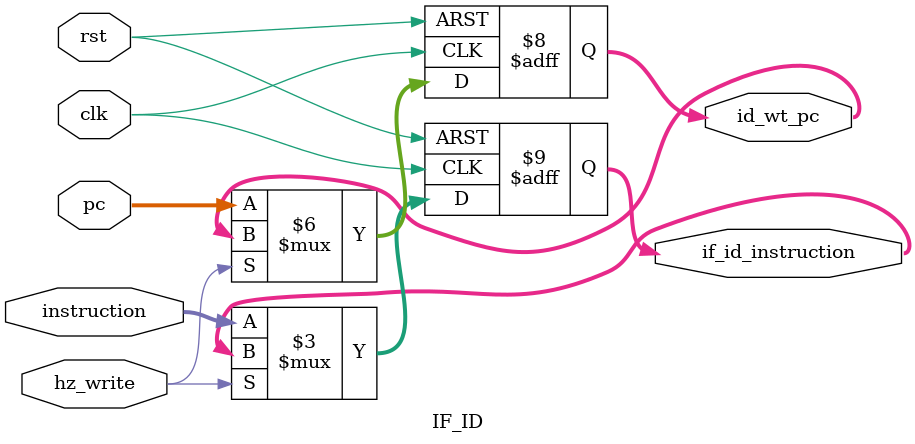
<source format=v>
module IF_ID #(
    parameter REG_NUM_BITWIDTH = 5 ,
    parameter WORD_BITWIDTH    = 32
) (
    input                          clk              ,
    input                          rst              ,
    input                          hz_write         ,
    input      [WORD_BITWIDTH-1:0] pc               ,
    input      [WORD_BITWIDTH-1:0] instruction      ,
    output reg [WORD_BITWIDTH-1:0] id_wt_pc         , //write through
    output reg [WORD_BITWIDTH-1:0] if_id_instruction
);
    always @(posedge clk or posedge rst) begin
        if (rst) begin
            id_wt_pc          <= 0;
            if_id_instruction <= 0;
        end else begin
            if (hz_write) begin
                id_wt_pc          <= id_wt_pc;
                if_id_instruction <= if_id_instruction;
            end else begin
                id_wt_pc          <= pc;
                if_id_instruction <= instruction;
            end
        end
    end
endmodule

</source>
